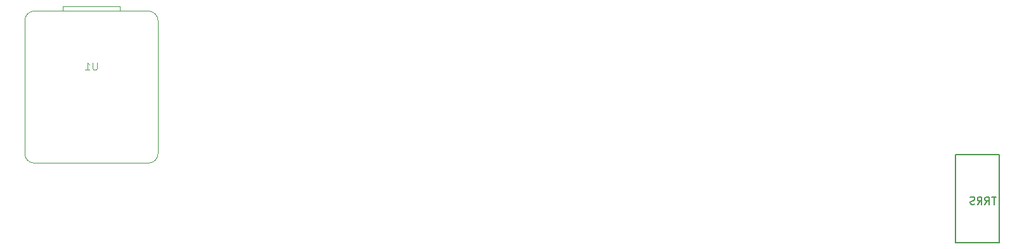
<source format=gbr>
%TF.GenerationSoftware,KiCad,Pcbnew,(7.0.0)*%
%TF.CreationDate,2023-02-28T11:22:52+09:00*%
%TF.ProjectId,sgkb,73676b62-2e6b-4696-9361-645f70636258,rev?*%
%TF.SameCoordinates,Original*%
%TF.FileFunction,Legend,Bot*%
%TF.FilePolarity,Positive*%
%FSLAX46Y46*%
G04 Gerber Fmt 4.6, Leading zero omitted, Abs format (unit mm)*
G04 Created by KiCad (PCBNEW (7.0.0)) date 2023-02-28 11:22:52*
%MOMM*%
%LPD*%
G01*
G04 APERTURE LIST*
%ADD10C,0.150000*%
%ADD11C,0.100000*%
G04 APERTURE END LIST*
D10*
%TO.C,J1*%
X178511904Y-86817380D02*
X177940476Y-86817380D01*
X178226190Y-87817380D02*
X178226190Y-86817380D01*
X177035714Y-87817380D02*
X177369047Y-87341190D01*
X177607142Y-87817380D02*
X177607142Y-86817380D01*
X177607142Y-86817380D02*
X177226190Y-86817380D01*
X177226190Y-86817380D02*
X177130952Y-86865000D01*
X177130952Y-86865000D02*
X177083333Y-86912619D01*
X177083333Y-86912619D02*
X177035714Y-87007857D01*
X177035714Y-87007857D02*
X177035714Y-87150714D01*
X177035714Y-87150714D02*
X177083333Y-87245952D01*
X177083333Y-87245952D02*
X177130952Y-87293571D01*
X177130952Y-87293571D02*
X177226190Y-87341190D01*
X177226190Y-87341190D02*
X177607142Y-87341190D01*
X176035714Y-87817380D02*
X176369047Y-87341190D01*
X176607142Y-87817380D02*
X176607142Y-86817380D01*
X176607142Y-86817380D02*
X176226190Y-86817380D01*
X176226190Y-86817380D02*
X176130952Y-86865000D01*
X176130952Y-86865000D02*
X176083333Y-86912619D01*
X176083333Y-86912619D02*
X176035714Y-87007857D01*
X176035714Y-87007857D02*
X176035714Y-87150714D01*
X176035714Y-87150714D02*
X176083333Y-87245952D01*
X176083333Y-87245952D02*
X176130952Y-87293571D01*
X176130952Y-87293571D02*
X176226190Y-87341190D01*
X176226190Y-87341190D02*
X176607142Y-87341190D01*
X175654761Y-87769761D02*
X175511904Y-87817380D01*
X175511904Y-87817380D02*
X175273809Y-87817380D01*
X175273809Y-87817380D02*
X175178571Y-87769761D01*
X175178571Y-87769761D02*
X175130952Y-87722142D01*
X175130952Y-87722142D02*
X175083333Y-87626904D01*
X175083333Y-87626904D02*
X175083333Y-87531666D01*
X175083333Y-87531666D02*
X175130952Y-87436428D01*
X175130952Y-87436428D02*
X175178571Y-87388809D01*
X175178571Y-87388809D02*
X175273809Y-87341190D01*
X175273809Y-87341190D02*
X175464285Y-87293571D01*
X175464285Y-87293571D02*
X175559523Y-87245952D01*
X175559523Y-87245952D02*
X175607142Y-87198333D01*
X175607142Y-87198333D02*
X175654761Y-87103095D01*
X175654761Y-87103095D02*
X175654761Y-87007857D01*
X175654761Y-87007857D02*
X175607142Y-86912619D01*
X175607142Y-86912619D02*
X175559523Y-86865000D01*
X175559523Y-86865000D02*
X175464285Y-86817380D01*
X175464285Y-86817380D02*
X175226190Y-86817380D01*
X175226190Y-86817380D02*
X175083333Y-86865000D01*
D11*
%TO.C,U1*%
X58546904Y-68836380D02*
X58546904Y-69645904D01*
X58546904Y-69645904D02*
X58499285Y-69741142D01*
X58499285Y-69741142D02*
X58451666Y-69788761D01*
X58451666Y-69788761D02*
X58356428Y-69836380D01*
X58356428Y-69836380D02*
X58165952Y-69836380D01*
X58165952Y-69836380D02*
X58070714Y-69788761D01*
X58070714Y-69788761D02*
X58023095Y-69741142D01*
X58023095Y-69741142D02*
X57975476Y-69645904D01*
X57975476Y-69645904D02*
X57975476Y-68836380D01*
X56975476Y-69836380D02*
X57546904Y-69836380D01*
X57261190Y-69836380D02*
X57261190Y-68836380D01*
X57261190Y-68836380D02*
X57356428Y-68979238D01*
X57356428Y-68979238D02*
X57451666Y-69074476D01*
X57451666Y-69074476D02*
X57546904Y-69122095D01*
D10*
%TO.C,J1*%
X178900000Y-92900000D02*
X178900000Y-81150000D01*
X178900000Y-81150000D02*
X173100000Y-81150000D01*
X173100000Y-92900000D02*
X178900000Y-92900000D01*
X173100000Y-81150000D02*
X173100000Y-92900000D01*
D11*
%TO.C,U1*%
X66675000Y-63244000D02*
X66675000Y-81024000D01*
X65405000Y-61974000D02*
X50165000Y-61974000D01*
X50165000Y-82294000D02*
X65405000Y-82294000D01*
X48895000Y-81024000D02*
X48895000Y-63244000D01*
X61595000Y-61339000D02*
X53975000Y-61339000D01*
X53975000Y-61339000D02*
X53975000Y-61974000D01*
X53975000Y-61974000D02*
X61595000Y-61974000D01*
X61595000Y-61974000D02*
X61595000Y-61339000D01*
X65405000Y-82294000D02*
G75*
G03*
X66675000Y-81024000I1J1269999D01*
G01*
X66675000Y-63244000D02*
G75*
G03*
X65405000Y-61974000I-1269999J1D01*
G01*
X48895000Y-81024000D02*
G75*
G03*
X50165000Y-82294000I1270000J0D01*
G01*
X50165000Y-61974000D02*
G75*
G03*
X48895000Y-63244000I0J-1270000D01*
G01*
%TD*%
M02*

</source>
